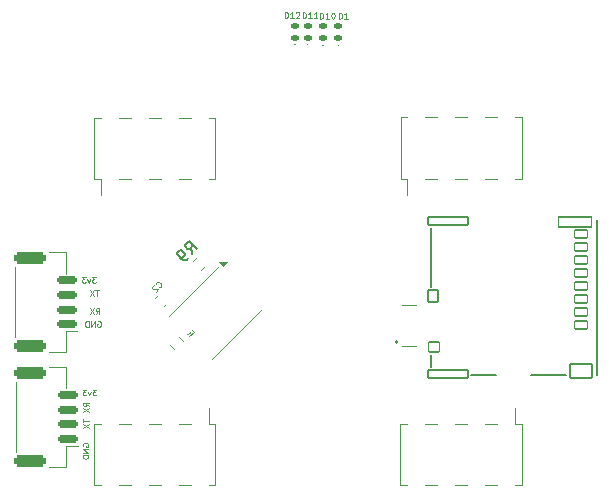
<source format=gbo>
G04 #@! TF.GenerationSoftware,KiCad,Pcbnew,8.0.1*
G04 #@! TF.CreationDate,2025-02-17T15:06:08+05:00*
G04 #@! TF.ProjectId,brain_board,62726169-6e5f-4626-9f61-72642e6b6963,rev?*
G04 #@! TF.SameCoordinates,Original*
G04 #@! TF.FileFunction,Legend,Bot*
G04 #@! TF.FilePolarity,Positive*
%FSLAX46Y46*%
G04 Gerber Fmt 4.6, Leading zero omitted, Abs format (unit mm)*
G04 Created by KiCad (PCBNEW 8.0.1) date 2025-02-17 15:06:08*
%MOMM*%
%LPD*%
G01*
G04 APERTURE LIST*
G04 Aperture macros list*
%AMRoundRect*
0 Rectangle with rounded corners*
0 $1 Rounding radius*
0 $2 $3 $4 $5 $6 $7 $8 $9 X,Y pos of 4 corners*
0 Add a 4 corners polygon primitive as box body*
4,1,4,$2,$3,$4,$5,$6,$7,$8,$9,$2,$3,0*
0 Add four circle primitives for the rounded corners*
1,1,$1+$1,$2,$3*
1,1,$1+$1,$4,$5*
1,1,$1+$1,$6,$7*
1,1,$1+$1,$8,$9*
0 Add four rect primitives between the rounded corners*
20,1,$1+$1,$2,$3,$4,$5,0*
20,1,$1+$1,$4,$5,$6,$7,0*
20,1,$1+$1,$6,$7,$8,$9,0*
20,1,$1+$1,$8,$9,$2,$3,0*%
%AMRotRect*
0 Rectangle, with rotation*
0 The origin of the aperture is its center*
0 $1 length*
0 $2 width*
0 $3 Rotation angle, in degrees counterclockwise*
0 Add horizontal line*
21,1,$1,$2,0,0,$3*%
G04 Aperture macros list end*
%ADD10C,0.100000*%
%ADD11C,0.125000*%
%ADD12C,0.150000*%
%ADD13C,0.120000*%
%ADD14C,0.200000*%
%ADD15C,0.127000*%
%ADD16C,2.200000*%
%ADD17O,1.000000X1.600000*%
%ADD18O,1.000000X2.100000*%
%ADD19C,0.650000*%
%ADD20R,1.000000X3.000000*%
%ADD21RoundRect,0.147500X0.172500X-0.147500X0.172500X0.147500X-0.172500X0.147500X-0.172500X-0.147500X0*%
%ADD22RotRect,3.400000X4.300000X225.000000*%
%ADD23RoundRect,0.125000X0.088388X0.265165X-0.265165X-0.088388X-0.088388X-0.265165X0.265165X0.088388X0*%
%ADD24RoundRect,0.250000X1.100000X-0.250000X1.100000X0.250000X-1.100000X0.250000X-1.100000X-0.250000X0*%
%ADD25RoundRect,0.150000X0.700000X-0.150000X0.700000X0.150000X-0.700000X0.150000X-0.700000X-0.150000X0*%
%ADD26R,0.300000X2.800000*%
%ADD27R,0.450000X0.200000*%
%ADD28RoundRect,0.225000X0.017678X-0.335876X0.335876X-0.017678X-0.017678X0.335876X-0.335876X0.017678X0*%
%ADD29RoundRect,0.076200X1.665000X-0.350000X1.665000X0.350000X-1.665000X0.350000X-1.665000X-0.350000X0*%
%ADD30RoundRect,0.076200X1.400000X-0.430000X1.400000X0.430000X-1.400000X0.430000X-1.400000X-0.430000X0*%
%ADD31RoundRect,0.076200X0.915000X-0.570000X0.915000X0.570000X-0.915000X0.570000X-0.915000X-0.570000X0*%
%ADD32RoundRect,0.076200X0.390000X-0.525000X0.390000X0.525000X-0.390000X0.525000X-0.390000X-0.525000X0*%
%ADD33RoundRect,0.076200X0.465000X-0.450000X0.465000X0.450000X-0.465000X0.450000X-0.465000X-0.450000X0*%
%ADD34RoundRect,0.076200X0.550000X-0.350000X0.550000X0.350000X-0.550000X0.350000X-0.550000X-0.350000X0*%
%ADD35RoundRect,0.200000X0.335876X0.053033X0.053033X0.335876X-0.335876X-0.053033X-0.053033X-0.335876X0*%
%ADD36RoundRect,0.200000X-0.053033X0.335876X-0.335876X0.053033X0.053033X-0.335876X0.335876X-0.053033X0*%
G04 APERTURE END LIST*
D10*
X138612782Y-96133609D02*
X138303258Y-96133609D01*
X138303258Y-96133609D02*
X138469925Y-96324085D01*
X138469925Y-96324085D02*
X138398496Y-96324085D01*
X138398496Y-96324085D02*
X138350877Y-96347895D01*
X138350877Y-96347895D02*
X138327068Y-96371704D01*
X138327068Y-96371704D02*
X138303258Y-96419323D01*
X138303258Y-96419323D02*
X138303258Y-96538371D01*
X138303258Y-96538371D02*
X138327068Y-96585990D01*
X138327068Y-96585990D02*
X138350877Y-96609800D01*
X138350877Y-96609800D02*
X138398496Y-96633609D01*
X138398496Y-96633609D02*
X138541353Y-96633609D01*
X138541353Y-96633609D02*
X138588972Y-96609800D01*
X138588972Y-96609800D02*
X138612782Y-96585990D01*
X138136592Y-96300276D02*
X138017544Y-96633609D01*
X138017544Y-96633609D02*
X137898497Y-96300276D01*
X137755640Y-96133609D02*
X137446116Y-96133609D01*
X137446116Y-96133609D02*
X137612783Y-96324085D01*
X137612783Y-96324085D02*
X137541354Y-96324085D01*
X137541354Y-96324085D02*
X137493735Y-96347895D01*
X137493735Y-96347895D02*
X137469926Y-96371704D01*
X137469926Y-96371704D02*
X137446116Y-96419323D01*
X137446116Y-96419323D02*
X137446116Y-96538371D01*
X137446116Y-96538371D02*
X137469926Y-96585990D01*
X137469926Y-96585990D02*
X137493735Y-96609800D01*
X137493735Y-96609800D02*
X137541354Y-96633609D01*
X137541354Y-96633609D02*
X137684211Y-96633609D01*
X137684211Y-96633609D02*
X137731830Y-96609800D01*
X137731830Y-96609800D02*
X137755640Y-96585990D01*
X138786591Y-87683609D02*
X138500877Y-87683609D01*
X138643734Y-88183609D02*
X138643734Y-87683609D01*
X138381830Y-87683609D02*
X138048497Y-88183609D01*
X138048497Y-87683609D02*
X138381830Y-88183609D01*
X138562782Y-86583609D02*
X138253258Y-86583609D01*
X138253258Y-86583609D02*
X138419925Y-86774085D01*
X138419925Y-86774085D02*
X138348496Y-86774085D01*
X138348496Y-86774085D02*
X138300877Y-86797895D01*
X138300877Y-86797895D02*
X138277068Y-86821704D01*
X138277068Y-86821704D02*
X138253258Y-86869323D01*
X138253258Y-86869323D02*
X138253258Y-86988371D01*
X138253258Y-86988371D02*
X138277068Y-87035990D01*
X138277068Y-87035990D02*
X138300877Y-87059800D01*
X138300877Y-87059800D02*
X138348496Y-87083609D01*
X138348496Y-87083609D02*
X138491353Y-87083609D01*
X138491353Y-87083609D02*
X138538972Y-87059800D01*
X138538972Y-87059800D02*
X138562782Y-87035990D01*
X138086592Y-86750276D02*
X137967544Y-87083609D01*
X137967544Y-87083609D02*
X137848497Y-86750276D01*
X137705640Y-86583609D02*
X137396116Y-86583609D01*
X137396116Y-86583609D02*
X137562783Y-86774085D01*
X137562783Y-86774085D02*
X137491354Y-86774085D01*
X137491354Y-86774085D02*
X137443735Y-86797895D01*
X137443735Y-86797895D02*
X137419926Y-86821704D01*
X137419926Y-86821704D02*
X137396116Y-86869323D01*
X137396116Y-86869323D02*
X137396116Y-86988371D01*
X137396116Y-86988371D02*
X137419926Y-87035990D01*
X137419926Y-87035990D02*
X137443735Y-87059800D01*
X137443735Y-87059800D02*
X137491354Y-87083609D01*
X137491354Y-87083609D02*
X137634211Y-87083609D01*
X137634211Y-87083609D02*
X137681830Y-87059800D01*
X137681830Y-87059800D02*
X137705640Y-87035990D01*
X138703258Y-90357419D02*
X138750877Y-90333609D01*
X138750877Y-90333609D02*
X138822306Y-90333609D01*
X138822306Y-90333609D02*
X138893734Y-90357419D01*
X138893734Y-90357419D02*
X138941353Y-90405038D01*
X138941353Y-90405038D02*
X138965163Y-90452657D01*
X138965163Y-90452657D02*
X138988972Y-90547895D01*
X138988972Y-90547895D02*
X138988972Y-90619323D01*
X138988972Y-90619323D02*
X138965163Y-90714561D01*
X138965163Y-90714561D02*
X138941353Y-90762180D01*
X138941353Y-90762180D02*
X138893734Y-90809800D01*
X138893734Y-90809800D02*
X138822306Y-90833609D01*
X138822306Y-90833609D02*
X138774687Y-90833609D01*
X138774687Y-90833609D02*
X138703258Y-90809800D01*
X138703258Y-90809800D02*
X138679449Y-90785990D01*
X138679449Y-90785990D02*
X138679449Y-90619323D01*
X138679449Y-90619323D02*
X138774687Y-90619323D01*
X138465163Y-90833609D02*
X138465163Y-90333609D01*
X138465163Y-90333609D02*
X138179449Y-90833609D01*
X138179449Y-90833609D02*
X138179449Y-90333609D01*
X137941353Y-90833609D02*
X137941353Y-90333609D01*
X137941353Y-90333609D02*
X137822305Y-90333609D01*
X137822305Y-90333609D02*
X137750877Y-90357419D01*
X137750877Y-90357419D02*
X137703258Y-90405038D01*
X137703258Y-90405038D02*
X137679448Y-90452657D01*
X137679448Y-90452657D02*
X137655639Y-90547895D01*
X137655639Y-90547895D02*
X137655639Y-90619323D01*
X137655639Y-90619323D02*
X137679448Y-90714561D01*
X137679448Y-90714561D02*
X137703258Y-90762180D01*
X137703258Y-90762180D02*
X137750877Y-90809800D01*
X137750877Y-90809800D02*
X137822305Y-90833609D01*
X137822305Y-90833609D02*
X137941353Y-90833609D01*
X137983609Y-97520550D02*
X137745514Y-97353884D01*
X137983609Y-97234836D02*
X137483609Y-97234836D01*
X137483609Y-97234836D02*
X137483609Y-97425312D01*
X137483609Y-97425312D02*
X137507419Y-97472931D01*
X137507419Y-97472931D02*
X137531228Y-97496741D01*
X137531228Y-97496741D02*
X137578847Y-97520550D01*
X137578847Y-97520550D02*
X137650276Y-97520550D01*
X137650276Y-97520550D02*
X137697895Y-97496741D01*
X137697895Y-97496741D02*
X137721704Y-97472931D01*
X137721704Y-97472931D02*
X137745514Y-97425312D01*
X137745514Y-97425312D02*
X137745514Y-97234836D01*
X137483609Y-97687217D02*
X137983609Y-98020550D01*
X137483609Y-98020550D02*
X137983609Y-97687217D01*
X137457419Y-100946741D02*
X137433609Y-100899122D01*
X137433609Y-100899122D02*
X137433609Y-100827693D01*
X137433609Y-100827693D02*
X137457419Y-100756265D01*
X137457419Y-100756265D02*
X137505038Y-100708646D01*
X137505038Y-100708646D02*
X137552657Y-100684836D01*
X137552657Y-100684836D02*
X137647895Y-100661027D01*
X137647895Y-100661027D02*
X137719323Y-100661027D01*
X137719323Y-100661027D02*
X137814561Y-100684836D01*
X137814561Y-100684836D02*
X137862180Y-100708646D01*
X137862180Y-100708646D02*
X137909800Y-100756265D01*
X137909800Y-100756265D02*
X137933609Y-100827693D01*
X137933609Y-100827693D02*
X137933609Y-100875312D01*
X137933609Y-100875312D02*
X137909800Y-100946741D01*
X137909800Y-100946741D02*
X137885990Y-100970550D01*
X137885990Y-100970550D02*
X137719323Y-100970550D01*
X137719323Y-100970550D02*
X137719323Y-100875312D01*
X137933609Y-101184836D02*
X137433609Y-101184836D01*
X137433609Y-101184836D02*
X137933609Y-101470550D01*
X137933609Y-101470550D02*
X137433609Y-101470550D01*
X137933609Y-101708646D02*
X137433609Y-101708646D01*
X137433609Y-101708646D02*
X137433609Y-101827694D01*
X137433609Y-101827694D02*
X137457419Y-101899122D01*
X137457419Y-101899122D02*
X137505038Y-101946741D01*
X137505038Y-101946741D02*
X137552657Y-101970551D01*
X137552657Y-101970551D02*
X137647895Y-101994360D01*
X137647895Y-101994360D02*
X137719323Y-101994360D01*
X137719323Y-101994360D02*
X137814561Y-101970551D01*
X137814561Y-101970551D02*
X137862180Y-101946741D01*
X137862180Y-101946741D02*
X137909800Y-101899122D01*
X137909800Y-101899122D02*
X137933609Y-101827694D01*
X137933609Y-101827694D02*
X137933609Y-101708646D01*
X138579449Y-89733609D02*
X138746115Y-89495514D01*
X138865163Y-89733609D02*
X138865163Y-89233609D01*
X138865163Y-89233609D02*
X138674687Y-89233609D01*
X138674687Y-89233609D02*
X138627068Y-89257419D01*
X138627068Y-89257419D02*
X138603258Y-89281228D01*
X138603258Y-89281228D02*
X138579449Y-89328847D01*
X138579449Y-89328847D02*
X138579449Y-89400276D01*
X138579449Y-89400276D02*
X138603258Y-89447895D01*
X138603258Y-89447895D02*
X138627068Y-89471704D01*
X138627068Y-89471704D02*
X138674687Y-89495514D01*
X138674687Y-89495514D02*
X138865163Y-89495514D01*
X138412782Y-89233609D02*
X138079449Y-89733609D01*
X138079449Y-89233609D02*
X138412782Y-89733609D01*
X137483609Y-98613408D02*
X137483609Y-98899122D01*
X137983609Y-98756265D02*
X137483609Y-98756265D01*
X137483609Y-99018169D02*
X137983609Y-99351502D01*
X137483609Y-99351502D02*
X137983609Y-99018169D01*
D11*
X154542857Y-64674809D02*
X154542857Y-64174809D01*
X154542857Y-64174809D02*
X154661905Y-64174809D01*
X154661905Y-64174809D02*
X154733333Y-64198619D01*
X154733333Y-64198619D02*
X154780952Y-64246238D01*
X154780952Y-64246238D02*
X154804762Y-64293857D01*
X154804762Y-64293857D02*
X154828571Y-64389095D01*
X154828571Y-64389095D02*
X154828571Y-64460523D01*
X154828571Y-64460523D02*
X154804762Y-64555761D01*
X154804762Y-64555761D02*
X154780952Y-64603380D01*
X154780952Y-64603380D02*
X154733333Y-64651000D01*
X154733333Y-64651000D02*
X154661905Y-64674809D01*
X154661905Y-64674809D02*
X154542857Y-64674809D01*
X155304762Y-64674809D02*
X155019048Y-64674809D01*
X155161905Y-64674809D02*
X155161905Y-64174809D01*
X155161905Y-64174809D02*
X155114286Y-64246238D01*
X155114286Y-64246238D02*
X155066667Y-64293857D01*
X155066667Y-64293857D02*
X155019048Y-64317666D01*
X155495238Y-64222428D02*
X155519047Y-64198619D01*
X155519047Y-64198619D02*
X155566666Y-64174809D01*
X155566666Y-64174809D02*
X155685714Y-64174809D01*
X155685714Y-64174809D02*
X155733333Y-64198619D01*
X155733333Y-64198619D02*
X155757142Y-64222428D01*
X155757142Y-64222428D02*
X155780952Y-64270047D01*
X155780952Y-64270047D02*
X155780952Y-64317666D01*
X155780952Y-64317666D02*
X155757142Y-64389095D01*
X155757142Y-64389095D02*
X155471428Y-64674809D01*
X155471428Y-64674809D02*
X155780952Y-64674809D01*
X157542857Y-64724809D02*
X157542857Y-64224809D01*
X157542857Y-64224809D02*
X157661905Y-64224809D01*
X157661905Y-64224809D02*
X157733333Y-64248619D01*
X157733333Y-64248619D02*
X157780952Y-64296238D01*
X157780952Y-64296238D02*
X157804762Y-64343857D01*
X157804762Y-64343857D02*
X157828571Y-64439095D01*
X157828571Y-64439095D02*
X157828571Y-64510523D01*
X157828571Y-64510523D02*
X157804762Y-64605761D01*
X157804762Y-64605761D02*
X157780952Y-64653380D01*
X157780952Y-64653380D02*
X157733333Y-64701000D01*
X157733333Y-64701000D02*
X157661905Y-64724809D01*
X157661905Y-64724809D02*
X157542857Y-64724809D01*
X158304762Y-64724809D02*
X158019048Y-64724809D01*
X158161905Y-64724809D02*
X158161905Y-64224809D01*
X158161905Y-64224809D02*
X158114286Y-64296238D01*
X158114286Y-64296238D02*
X158066667Y-64343857D01*
X158066667Y-64343857D02*
X158019048Y-64367666D01*
X158614285Y-64224809D02*
X158661904Y-64224809D01*
X158661904Y-64224809D02*
X158709523Y-64248619D01*
X158709523Y-64248619D02*
X158733333Y-64272428D01*
X158733333Y-64272428D02*
X158757142Y-64320047D01*
X158757142Y-64320047D02*
X158780952Y-64415285D01*
X158780952Y-64415285D02*
X158780952Y-64534333D01*
X158780952Y-64534333D02*
X158757142Y-64629571D01*
X158757142Y-64629571D02*
X158733333Y-64677190D01*
X158733333Y-64677190D02*
X158709523Y-64701000D01*
X158709523Y-64701000D02*
X158661904Y-64724809D01*
X158661904Y-64724809D02*
X158614285Y-64724809D01*
X158614285Y-64724809D02*
X158566666Y-64701000D01*
X158566666Y-64701000D02*
X158542857Y-64677190D01*
X158542857Y-64677190D02*
X158519047Y-64629571D01*
X158519047Y-64629571D02*
X158495238Y-64534333D01*
X158495238Y-64534333D02*
X158495238Y-64415285D01*
X158495238Y-64415285D02*
X158519047Y-64320047D01*
X158519047Y-64320047D02*
X158542857Y-64272428D01*
X158542857Y-64272428D02*
X158566666Y-64248619D01*
X158566666Y-64248619D02*
X158614285Y-64224809D01*
X159130952Y-64724809D02*
X159130952Y-64224809D01*
X159130952Y-64224809D02*
X159250000Y-64224809D01*
X159250000Y-64224809D02*
X159321428Y-64248619D01*
X159321428Y-64248619D02*
X159369047Y-64296238D01*
X159369047Y-64296238D02*
X159392857Y-64343857D01*
X159392857Y-64343857D02*
X159416666Y-64439095D01*
X159416666Y-64439095D02*
X159416666Y-64510523D01*
X159416666Y-64510523D02*
X159392857Y-64605761D01*
X159392857Y-64605761D02*
X159369047Y-64653380D01*
X159369047Y-64653380D02*
X159321428Y-64701000D01*
X159321428Y-64701000D02*
X159250000Y-64724809D01*
X159250000Y-64724809D02*
X159130952Y-64724809D01*
X159892857Y-64724809D02*
X159607143Y-64724809D01*
X159750000Y-64724809D02*
X159750000Y-64224809D01*
X159750000Y-64224809D02*
X159702381Y-64296238D01*
X159702381Y-64296238D02*
X159654762Y-64343857D01*
X159654762Y-64343857D02*
X159607143Y-64367666D01*
X156067857Y-64699809D02*
X156067857Y-64199809D01*
X156067857Y-64199809D02*
X156186905Y-64199809D01*
X156186905Y-64199809D02*
X156258333Y-64223619D01*
X156258333Y-64223619D02*
X156305952Y-64271238D01*
X156305952Y-64271238D02*
X156329762Y-64318857D01*
X156329762Y-64318857D02*
X156353571Y-64414095D01*
X156353571Y-64414095D02*
X156353571Y-64485523D01*
X156353571Y-64485523D02*
X156329762Y-64580761D01*
X156329762Y-64580761D02*
X156305952Y-64628380D01*
X156305952Y-64628380D02*
X156258333Y-64676000D01*
X156258333Y-64676000D02*
X156186905Y-64699809D01*
X156186905Y-64699809D02*
X156067857Y-64699809D01*
X156829762Y-64699809D02*
X156544048Y-64699809D01*
X156686905Y-64699809D02*
X156686905Y-64199809D01*
X156686905Y-64199809D02*
X156639286Y-64271238D01*
X156639286Y-64271238D02*
X156591667Y-64318857D01*
X156591667Y-64318857D02*
X156544048Y-64342666D01*
X157305952Y-64699809D02*
X157020238Y-64699809D01*
X157163095Y-64699809D02*
X157163095Y-64199809D01*
X157163095Y-64199809D02*
X157115476Y-64271238D01*
X157115476Y-64271238D02*
X157067857Y-64318857D01*
X157067857Y-64318857D02*
X157020238Y-64342666D01*
X143934217Y-87466367D02*
X143967889Y-87466367D01*
X143967889Y-87466367D02*
X144035233Y-87432695D01*
X144035233Y-87432695D02*
X144068904Y-87399023D01*
X144068904Y-87399023D02*
X144102576Y-87331680D01*
X144102576Y-87331680D02*
X144102576Y-87264336D01*
X144102576Y-87264336D02*
X144085740Y-87213829D01*
X144085740Y-87213829D02*
X144035233Y-87129649D01*
X144035233Y-87129649D02*
X143984725Y-87079142D01*
X143984725Y-87079142D02*
X143900546Y-87028634D01*
X143900546Y-87028634D02*
X143850038Y-87011798D01*
X143850038Y-87011798D02*
X143782695Y-87011798D01*
X143782695Y-87011798D02*
X143715351Y-87045470D01*
X143715351Y-87045470D02*
X143681679Y-87079142D01*
X143681679Y-87079142D02*
X143648008Y-87146485D01*
X143648008Y-87146485D02*
X143648008Y-87180157D01*
X143513321Y-87314844D02*
X143479649Y-87314844D01*
X143479649Y-87314844D02*
X143429141Y-87331680D01*
X143429141Y-87331680D02*
X143344962Y-87415859D01*
X143344962Y-87415859D02*
X143328126Y-87466367D01*
X143328126Y-87466367D02*
X143328126Y-87500038D01*
X143328126Y-87500038D02*
X143344962Y-87550546D01*
X143344962Y-87550546D02*
X143378634Y-87584218D01*
X143378634Y-87584218D02*
X143445977Y-87617890D01*
X143445977Y-87617890D02*
X143850038Y-87617890D01*
X143850038Y-87617890D02*
X143631172Y-87836756D01*
X146286124Y-91406726D02*
X146572333Y-91356219D01*
X146488154Y-91608757D02*
X146841707Y-91255203D01*
X146841707Y-91255203D02*
X146707020Y-91120516D01*
X146707020Y-91120516D02*
X146656513Y-91103680D01*
X146656513Y-91103680D02*
X146622841Y-91103680D01*
X146622841Y-91103680D02*
X146572333Y-91120516D01*
X146572333Y-91120516D02*
X146521826Y-91171024D01*
X146521826Y-91171024D02*
X146504990Y-91221532D01*
X146504990Y-91221532D02*
X146504990Y-91255203D01*
X146504990Y-91255203D02*
X146521826Y-91305711D01*
X146521826Y-91305711D02*
X146656513Y-91440398D01*
X146286124Y-91002665D02*
X146336631Y-91019501D01*
X146336631Y-91019501D02*
X146370303Y-91019501D01*
X146370303Y-91019501D02*
X146420811Y-91002665D01*
X146420811Y-91002665D02*
X146437646Y-90985829D01*
X146437646Y-90985829D02*
X146454482Y-90935322D01*
X146454482Y-90935322D02*
X146454482Y-90901650D01*
X146454482Y-90901650D02*
X146437646Y-90851142D01*
X146437646Y-90851142D02*
X146370303Y-90783799D01*
X146370303Y-90783799D02*
X146319795Y-90766963D01*
X146319795Y-90766963D02*
X146286124Y-90766963D01*
X146286124Y-90766963D02*
X146235616Y-90783799D01*
X146235616Y-90783799D02*
X146218780Y-90800635D01*
X146218780Y-90800635D02*
X146201944Y-90851142D01*
X146201944Y-90851142D02*
X146201944Y-90884814D01*
X146201944Y-90884814D02*
X146218780Y-90935322D01*
X146218780Y-90935322D02*
X146286124Y-91002665D01*
X146286124Y-91002665D02*
X146302959Y-91053173D01*
X146302959Y-91053173D02*
X146302959Y-91086845D01*
X146302959Y-91086845D02*
X146286124Y-91137352D01*
X146286124Y-91137352D02*
X146218780Y-91204696D01*
X146218780Y-91204696D02*
X146168272Y-91221532D01*
X146168272Y-91221532D02*
X146134601Y-91221532D01*
X146134601Y-91221532D02*
X146084093Y-91204696D01*
X146084093Y-91204696D02*
X146016750Y-91137352D01*
X146016750Y-91137352D02*
X145999914Y-91086845D01*
X145999914Y-91086845D02*
X145999914Y-91053173D01*
X145999914Y-91053173D02*
X146016750Y-91002665D01*
X146016750Y-91002665D02*
X146084093Y-90935322D01*
X146084093Y-90935322D02*
X146134601Y-90918486D01*
X146134601Y-90918486D02*
X146168272Y-90918486D01*
X146168272Y-90918486D02*
X146218780Y-90935322D01*
D12*
X146728293Y-84667591D02*
X146627278Y-84095172D01*
X147132354Y-84263530D02*
X146425247Y-83556424D01*
X146425247Y-83556424D02*
X146155873Y-83825798D01*
X146155873Y-83825798D02*
X146122201Y-83926813D01*
X146122201Y-83926813D02*
X146122201Y-83994156D01*
X146122201Y-83994156D02*
X146155873Y-84095172D01*
X146155873Y-84095172D02*
X146256888Y-84196187D01*
X146256888Y-84196187D02*
X146357904Y-84229859D01*
X146357904Y-84229859D02*
X146425247Y-84229859D01*
X146425247Y-84229859D02*
X146526262Y-84196187D01*
X146526262Y-84196187D02*
X146795636Y-83926813D01*
X146391575Y-85004309D02*
X146256888Y-85138996D01*
X146256888Y-85138996D02*
X146155873Y-85172668D01*
X146155873Y-85172668D02*
X146088530Y-85172668D01*
X146088530Y-85172668D02*
X145920171Y-85138996D01*
X145920171Y-85138996D02*
X145751812Y-85037981D01*
X145751812Y-85037981D02*
X145482438Y-84768607D01*
X145482438Y-84768607D02*
X145448766Y-84667591D01*
X145448766Y-84667591D02*
X145448766Y-84600248D01*
X145448766Y-84600248D02*
X145482438Y-84499233D01*
X145482438Y-84499233D02*
X145617125Y-84364546D01*
X145617125Y-84364546D02*
X145718140Y-84330874D01*
X145718140Y-84330874D02*
X145785484Y-84330874D01*
X145785484Y-84330874D02*
X145886499Y-84364546D01*
X145886499Y-84364546D02*
X146054858Y-84532904D01*
X146054858Y-84532904D02*
X146088530Y-84633920D01*
X146088530Y-84633920D02*
X146088530Y-84701263D01*
X146088530Y-84701263D02*
X146054858Y-84802278D01*
X146054858Y-84802278D02*
X145920171Y-84936965D01*
X145920171Y-84936965D02*
X145819156Y-84970637D01*
X145819156Y-84970637D02*
X145751812Y-84970637D01*
X145751812Y-84970637D02*
X145650797Y-84936965D01*
D13*
X148677478Y-78339999D02*
X148677478Y-73139999D01*
X148677478Y-78339999D02*
X148107479Y-78340000D01*
X148677478Y-73139999D02*
X148107479Y-73139998D01*
X146587479Y-78339999D02*
X145567479Y-78339999D01*
X146587479Y-73139999D02*
X145567479Y-73139999D01*
X144047479Y-78339999D02*
X143027479Y-78339999D01*
X144047479Y-73139999D02*
X143027479Y-73139999D01*
X141507479Y-78339999D02*
X140487479Y-78339999D01*
X141507479Y-73139999D02*
X140487479Y-73139999D01*
X138967479Y-79699999D02*
X138967479Y-78340000D01*
X138967479Y-78340000D02*
X138397480Y-78339999D01*
X138967479Y-73139998D02*
X138397480Y-73139999D01*
X138397480Y-78339999D02*
X138397480Y-73139999D01*
D10*
X155474999Y-66939999D02*
G75*
G02*
X155375001Y-66939999I-49999J0D01*
G01*
X155375001Y-66939999D02*
G75*
G02*
X155474999Y-66939999I49999J0D01*
G01*
D13*
X149350538Y-85682628D02*
X149011127Y-85343217D01*
X149689949Y-85343217D01*
X149350538Y-85682628D01*
G36*
X149350538Y-85682628D02*
G01*
X149011127Y-85343217D01*
X149689949Y-85343217D01*
X149350538Y-85682628D01*
G37*
X148424228Y-93566869D02*
X152666869Y-89324228D01*
X144733131Y-89875772D02*
X148968701Y-85640202D01*
D10*
X157849999Y-66964999D02*
G75*
G02*
X157750001Y-66964999I-49999J0D01*
G01*
X157750001Y-66964999D02*
G75*
G02*
X157849999Y-66964999I49999J0D01*
G01*
X159149999Y-66964999D02*
G75*
G02*
X159050001Y-66964999I-49999J0D01*
G01*
X159050001Y-66964999D02*
G75*
G02*
X159149999Y-66964999I49999J0D01*
G01*
D13*
X174652478Y-78289999D02*
X174652478Y-73089999D01*
X174652478Y-78289999D02*
X174082479Y-78290000D01*
X174652478Y-73089999D02*
X174082479Y-73089998D01*
X172562479Y-78289999D02*
X171542479Y-78289999D01*
X172562479Y-73089999D02*
X171542479Y-73089999D01*
X170022479Y-78289999D02*
X169002479Y-78289999D01*
X170022479Y-73089999D02*
X169002479Y-73089999D01*
X167482479Y-78289999D02*
X166462479Y-78289999D01*
X167482479Y-73089999D02*
X166462479Y-73089999D01*
X164942479Y-79649999D02*
X164942479Y-78290000D01*
X164942479Y-78290000D02*
X164372480Y-78289999D01*
X164942479Y-73089998D02*
X164372480Y-73089999D01*
X164372480Y-78289999D02*
X164372480Y-73089999D01*
X137050000Y-100885000D02*
X136060000Y-100885000D01*
X136060000Y-102685000D02*
X134610000Y-102685000D01*
X136060000Y-100885000D02*
X136060000Y-102685000D01*
X136060000Y-96015000D02*
X136060000Y-94215000D01*
X136060000Y-94215000D02*
X134610000Y-94215000D01*
X131790000Y-95485000D02*
X131790000Y-101415000D01*
D14*
X164000000Y-92199999D02*
G75*
G02*
X164000000Y-91999999I-1J100000D01*
G01*
X164000000Y-91999999D02*
G75*
G02*
X164000000Y-92199999I-1J-100000D01*
G01*
D10*
X164500000Y-92449999D02*
X165700000Y-92449998D01*
X164500000Y-88949999D02*
X165700000Y-88950000D01*
X156549999Y-66947499D02*
G75*
G02*
X156450001Y-66947499I-49999J0D01*
G01*
X156450001Y-66947499D02*
G75*
G02*
X156549999Y-66947499I49999J0D01*
G01*
D13*
X174627478Y-99025000D02*
X174627478Y-104225000D01*
X174057479Y-104225001D02*
X174627478Y-104225000D01*
X174057479Y-99024999D02*
X174627478Y-99025000D01*
X174057479Y-97665000D02*
X174057479Y-99024999D01*
X171517479Y-104225000D02*
X172537479Y-104225000D01*
X171517479Y-99025000D02*
X172537479Y-99025000D01*
X168977479Y-104225000D02*
X169997479Y-104225000D01*
X168977479Y-99025000D02*
X169997479Y-99025000D01*
X166437479Y-104225000D02*
X167457479Y-104225000D01*
X166437479Y-99025000D02*
X167457479Y-99025000D01*
X164347480Y-104225000D02*
X164917479Y-104225001D01*
X164347480Y-99025000D02*
X164917479Y-99024999D01*
X164347480Y-99025000D02*
X164347480Y-104225000D01*
X137000000Y-91185000D02*
X136010000Y-91185000D01*
X136010000Y-92985000D02*
X134560000Y-92985000D01*
X136010000Y-91185000D02*
X136010000Y-92985000D01*
X136010000Y-86315000D02*
X136010000Y-84515000D01*
X136010000Y-84515000D02*
X134560000Y-84515000D01*
X131740000Y-85785000D02*
X131740000Y-91715000D01*
X144510030Y-88886219D02*
X144311219Y-89085030D01*
X143788781Y-88164970D02*
X143589970Y-88363781D01*
X148677478Y-99050000D02*
X148677478Y-104250000D01*
X148107479Y-104250001D02*
X148677478Y-104250000D01*
X148107479Y-99049999D02*
X148677478Y-99050000D01*
X148107479Y-97690000D02*
X148107479Y-99049999D01*
X145567479Y-104250000D02*
X146587479Y-104250000D01*
X145567479Y-99050000D02*
X146587479Y-99050000D01*
X143027479Y-104250000D02*
X144047479Y-104250000D01*
X143027479Y-99050000D02*
X144047479Y-99050000D01*
X140487479Y-104250000D02*
X141507479Y-104250000D01*
X140487479Y-99050000D02*
X141507479Y-99050000D01*
X138397480Y-104250000D02*
X138967479Y-104250001D01*
X138397480Y-99050000D02*
X138967479Y-99049999D01*
X138397480Y-99050000D02*
X138397480Y-104250000D01*
D15*
X181025001Y-81770000D02*
X181025001Y-94870000D01*
X175425000Y-94870000D02*
X178325000Y-94870000D01*
X170325000Y-94870000D02*
X172425000Y-94870000D01*
X166974999Y-93194000D02*
X166974999Y-94196000D01*
X166974999Y-82444000D02*
X166975000Y-87446000D01*
D13*
X145576697Y-91662770D02*
X145912230Y-91998303D01*
X144837770Y-92401697D02*
X145173303Y-92737230D01*
X147501697Y-86012230D02*
X147837230Y-85676697D01*
X146762770Y-85273303D02*
X147098303Y-84937770D01*
%LPC*%
D16*
X176487479Y-68675000D03*
D17*
X160645000Y-110525000D03*
D18*
X160645000Y-106345000D03*
D17*
X152005000Y-110525000D03*
D18*
X152005000Y-106345000D03*
D19*
X159215000Y-106875000D03*
X153435000Y-106875000D03*
D16*
X136487479Y-68675000D03*
X136487479Y-108675000D03*
X176487479Y-108675000D03*
D20*
X147347479Y-73219999D03*
X147347479Y-78259999D03*
X144807480Y-73219999D03*
X144807480Y-78259999D03*
X142267478Y-73219999D03*
X142267478Y-78259999D03*
X139727479Y-73219999D03*
X139727479Y-78259999D03*
D21*
X155425000Y-65365000D03*
X155425000Y-66335000D03*
D22*
X148700000Y-89600000D03*
D23*
X145443773Y-90162150D03*
X146341799Y-91060176D03*
X147239824Y-91958201D03*
X148137850Y-92856227D03*
X151956227Y-89037850D03*
X151058201Y-88139824D03*
X150160176Y-87241799D03*
X149262150Y-86343773D03*
D21*
X157800000Y-65390000D03*
X157800000Y-66360000D03*
X159100000Y-65390000D03*
X159100000Y-66360000D03*
D20*
X173322479Y-73169999D03*
X173322479Y-78209999D03*
X170782480Y-73169999D03*
X170782480Y-78209999D03*
X168242478Y-73169999D03*
X168242478Y-78209999D03*
X165702479Y-73169999D03*
X165702479Y-78209999D03*
D24*
X133000000Y-94725000D03*
X133000000Y-102175000D03*
D25*
X136200000Y-96575000D03*
X136200000Y-97825000D03*
X136200000Y-99075000D03*
X136200000Y-100325000D03*
D26*
X165099999Y-90699999D03*
D27*
X165675000Y-92099999D03*
X165675000Y-91699999D03*
X165675000Y-91299999D03*
X165675000Y-90899999D03*
X165675000Y-90499999D03*
X165675000Y-90099999D03*
X165675000Y-89699999D03*
X165675000Y-89299999D03*
X164524999Y-89299999D03*
X164525000Y-89699999D03*
X164525000Y-90099999D03*
X164525000Y-90500000D03*
X164525000Y-90899998D03*
X164525000Y-91299999D03*
X164525000Y-91699999D03*
X164524999Y-92099999D03*
D21*
X156500000Y-65372500D03*
X156500000Y-66342500D03*
D20*
X165677479Y-104145000D03*
X165677479Y-99105000D03*
X168217478Y-104145000D03*
X168217478Y-99105000D03*
X170757480Y-104145000D03*
X170757480Y-99105000D03*
X173297479Y-104145000D03*
X173297479Y-99105000D03*
D24*
X132950000Y-85025000D03*
X132950000Y-92475000D03*
D25*
X136150000Y-86875000D03*
X136150000Y-88125000D03*
X136150000Y-89375000D03*
X136150000Y-90625000D03*
D28*
X144598008Y-88076992D03*
X143501992Y-89173008D03*
D20*
X139727479Y-104170000D03*
X139727479Y-99130000D03*
X142267478Y-104170000D03*
X142267478Y-99130000D03*
X144807480Y-104170000D03*
X144807480Y-99130000D03*
X147347479Y-104170000D03*
X147347479Y-99130000D03*
D29*
X168360000Y-81840000D03*
X168360000Y-94800000D03*
D30*
X179125000Y-81920000D03*
D31*
X179610000Y-94579999D03*
D32*
X167085000Y-88224999D03*
D33*
X167160000Y-92490000D03*
D34*
X179625001Y-83000000D03*
X179625000Y-84100000D03*
X179625000Y-85200000D03*
X179625000Y-86300000D03*
X179625000Y-87400000D03*
X179625000Y-88500000D03*
X179625000Y-89600000D03*
X179625001Y-90700000D03*
D35*
X144791637Y-91616637D03*
X145958363Y-92783363D03*
D36*
X146716637Y-86058363D03*
X147883363Y-84891637D03*
%LPD*%
M02*

</source>
